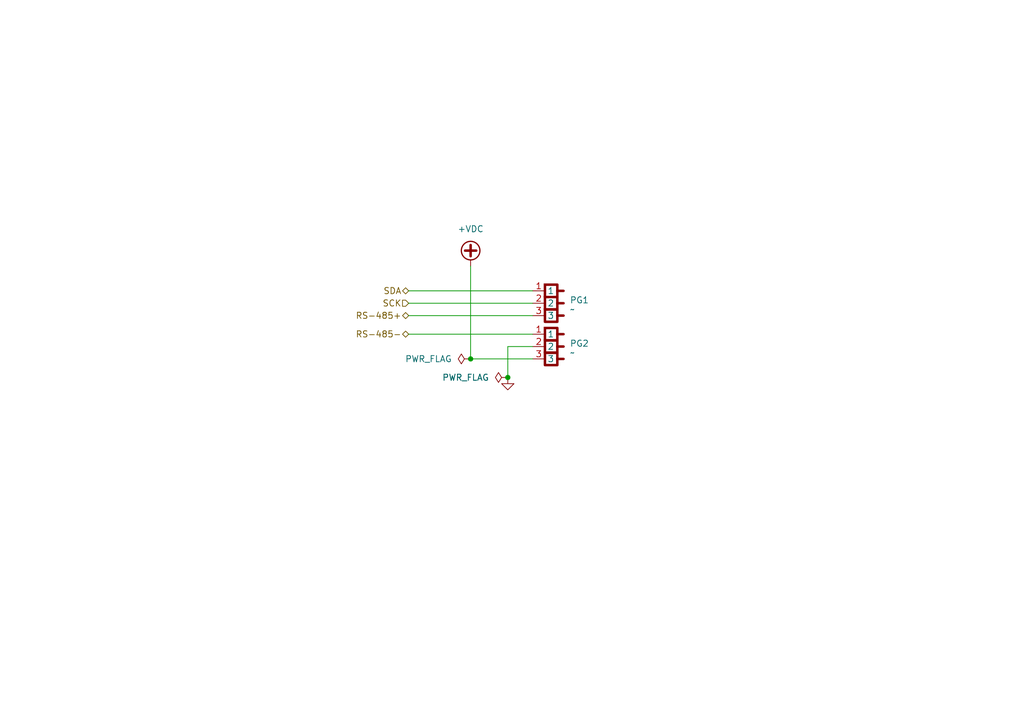
<source format=kicad_sch>
(kicad_sch (version 20250114) (generator "eeschema") (generator_version "9.0")
  (paper "A5")
  (lib_symbols
    (symbol "POGO_1"
      (property "Reference" "PG" (at 0 0 0))
      (symbol "POGO_1_1_1"
        (rectangle (start 1.27 3.81) (end 3.81 1.27) (stroke (width 0.508)))
        (rectangle (start 1.27 1.27) (end 3.81 -1.27) (stroke (width 0.508)))
        (rectangle (start 1.27 -1.27) (end 3.81 -3.81) (stroke (width 0.508)))
        (polyline (pts (xy 3.81 2.54) (xy 5.08 2.54)) (stroke (width 0.508)))
        (polyline (pts (xy 3.81 0) (xy 5.08 0)) (stroke (width 0.508)))
        (polyline (pts (xy 3.81 -2.54) (xy 5.08 -2.54)) (stroke (width 0.508)))
        (pin passive line (at -1.27 2.54 0) (length 2.54) (name "1") (number "1"))
        (pin passive line (at -1.27 0 0) (length 2.54) (name "2") (number "2"))
        (pin passive line (at -1.27 -2.54 0) (length 2.54) (name "3") (number "3"))
      )
    )
    (symbol "power:+VDC" (power) (pin_numbers (hide yes)) (pin_names (offset 0) (hide yes))
      (property "Value" "+VDC" (at 0 6.35 0))
      (symbol "+VDC_0_1"
        (polyline (pts (xy -1.143 3.175) (xy 1.143 3.175)) (stroke (width 0.508)))
        (circle (center 0 3.175) (radius 1.905) (stroke (width 0.254)))
        (polyline (pts (xy 0 2.032) (xy 0 4.318)) (stroke (width 0.508)))
        (polyline (pts (xy 0 0) (xy 0 1.27)))
      )
      (symbol "+VDC_1_1"
        (pin power_in line (at 0 0 90) (length 0) (name "~") (number "1"))
      )
    )
    (symbol "power:GND" (power) (pin_numbers (hide yes)) (pin_names (offset 0) (hide yes))
      (property "Value" "GND" (at 0 -3.81 0))
      (symbol "GND_0_1"
        (polyline (pts (xy 0 0) (xy 0 -1.27) (xy 1.27 -1.27) (xy 0 -2.54) (xy -1.27 -1.27) (xy 0 -1.27)))
      )
      (symbol "GND_1_1"
        (pin power_in line (at 0 0 270) (length 0) (name "~") (number "1"))
      )
    )
    (symbol "power:PWR_FLAG" (power) (pin_numbers (hide yes)) (pin_names (offset 0) (hide yes))
      (property "Value" "PWR_FLAG" (at 0 3.81 0))
      (symbol "PWR_FLAG_0_0"
        (pin power_out line (at 0 0 90) (length 0) (name "~") (number "1"))
      )
      (symbol "PWR_FLAG_0_1"
        (polyline (pts (xy 0 0) (xy 0 1.27) (xy -1.016 1.905) (xy 0 2.54) (xy 1.016 1.905) (xy 0 1.27)))
      )
    )
  )
  (junction (at 104.14 77.47))
  (junction (at 96.52 73.66))
  (wire (pts (xy 96.52 73.66) (xy 109.22 73.66)))
  (wire (pts (xy 83.82 59.69) (xy 109.22 59.69)))
  (wire (pts (xy 104.14 71.12) (xy 109.22 71.12)))
  (wire (pts (xy 83.82 64.77) (xy 109.22 64.77)))
  (wire (pts (xy 83.82 68.58) (xy 109.22 68.58)))
  (wire (pts (xy 83.82 62.23) (xy 109.22 62.23)))
  (wire (pts (xy 96.52 54.61) (xy 96.52 73.66)))
  (wire (pts (xy 104.14 71.12) (xy 104.14 77.47)))
  (hierarchical_label "RS-485-" (shape bidirectional) (at 83.82 68.58 180))
  (hierarchical_label "SCK" (shape input) (at 83.82 62.23 180))
  (hierarchical_label "SDA" (shape bidirectional) (at 83.82 59.69 180))
  (hierarchical_label "RS-485+" (shape bidirectional) (at 83.82 64.77 180))
  (symbol (lib_name "POGO_1") (lib_id "feeder:POGO") (at 110.49 71.12 0) (unit 1) (in_bom no)
    (property "Reference" "PG2" (at 116.84 70.4849 0) (effects (justify left)))
    (property "Value" "~" (at 116.84 72.39 0) (effects (justify left)))
    (property "Footprint" "feeder:POGO_3" (effects (hide yes)))
    (property "Datasheet" "https://szyiwei.en.alibaba.com/?spm=a2700.shop_plgr.88.13.1b547121fYrobm" (effects (hide yes)))
    (property "Description" "2.54mm 3 pin male pogo pins" (effects (hide yes)))
    (property "Length" "8" (effects (hide yes)))
    (property "Tape" "16x8" (effects (hide yes)))
    (property "Width" "3" (effects (hide yes)))
    (property "Height" "2.7" (effects (hide yes)))
  )
  (symbol (lib_id "power:PWR_FLAG") (at 104.14 77.47 90) (unit 1)
    (property "Reference" "#FLG02" (effects (hide yes)))
    (property "Value" "PWR_FLAG" (at 100.33 77.4699 90) (effects (justify left)))
    (property "Description" "Special symbol for telling ERC where power comes from" (effects (hide yes)))
  )
  (symbol (lib_id "power:+VDC") (at 96.52 54.61 0) (unit 1)
    (property "Reference" "#PWR020" (effects (hide yes)))
    (property "Value" "+VDC" (at 96.52 46.99 0))
    (property "Description" "Power symbol creates a global label with name \"+VDC\"" (effects (hide yes)))
  )
  (symbol (lib_id "power:GND") (at 104.14 77.47 0) (unit 1)
    (property "Reference" "#PWR021" (effects (hide yes)))
    (property "Value" "GND" (effects (hide yes)))
    (property "Description" "Power symbol creates a global label with name \"GND\" , ground" (effects (hide yes)))
  )
  (symbol (lib_id "power:PWR_FLAG") (at 96.52 73.66 90) (unit 1)
    (property "Reference" "#FLG01" (effects (hide yes)))
    (property "Value" "PWR_FLAG" (at 92.71 73.6599 90) (effects (justify left)))
    (property "Description" "Special symbol for telling ERC where power comes from" (effects (hide yes)))
  )
  (symbol (lib_name "POGO_1") (lib_id "feeder:POGO") (at 110.49 62.23 0) (unit 1) (in_bom no)
    (property "Reference" "PG1" (at 116.84 61.5949 0) (effects (justify left)))
    (property "Value" "~" (at 116.84 63.5 0) (effects (justify left)))
    (property "Footprint" "feeder:POGO_3" (effects (hide yes)))
    (property "Datasheet" "https://szyiwei.en.alibaba.com/?spm=a2700.shop_plgr.88.13.1b547121fYrobm" (effects (hide yes)))
    (property "Description" "2.54mm 3 pin male pogo pins" (effects (hide yes)))
    (property "Length" "8" (effects (hide yes)))
    (property "Tape" "16x8" (effects (hide yes)))
    (property "Width" "3" (effects (hide yes)))
    (property "Height" "2.7" (effects (hide yes)))
  )
)
</source>
